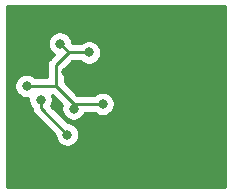
<source format=gbr>
G04 #@! TF.GenerationSoftware,KiCad,Pcbnew,(5.1.5-0-10_14)*
G04 #@! TF.CreationDate,2020-02-28T08:34:56+01:00*
G04 #@! TF.ProjectId,CC1101_Module,43433131-3031-45f4-9d6f-64756c652e6b,rev?*
G04 #@! TF.SameCoordinates,Original*
G04 #@! TF.FileFunction,Copper,L2,Bot*
G04 #@! TF.FilePolarity,Positive*
%FSLAX46Y46*%
G04 Gerber Fmt 4.6, Leading zero omitted, Abs format (unit mm)*
G04 Created by KiCad (PCBNEW (5.1.5-0-10_14)) date 2020-02-28 08:34:56*
%MOMM*%
%LPD*%
G04 APERTURE LIST*
%ADD10C,0.800000*%
%ADD11C,0.250000*%
%ADD12C,0.254000*%
G04 APERTURE END LIST*
D10*
X58928000Y-45466000D03*
X57404000Y-54356000D03*
X64770000Y-54102000D03*
X59073100Y-50764600D03*
X56812700Y-47827900D03*
X58446900Y-43055200D03*
X60909400Y-43809500D03*
X55634400Y-46648100D03*
X62063700Y-48164300D03*
X59611000Y-48566400D03*
D11*
X56812700Y-47827900D02*
X56812700Y-48504200D01*
X56812700Y-48504200D02*
X59073100Y-50764600D01*
X59201200Y-43809500D02*
X58094800Y-44915900D01*
X58094800Y-44915900D02*
X58094800Y-46648100D01*
X60909400Y-43809500D02*
X59201200Y-43809500D01*
X59201200Y-43809500D02*
X58446900Y-43055200D01*
X58094800Y-46648100D02*
X55634400Y-46648100D01*
X59611000Y-48164300D02*
X58094800Y-46648100D01*
X59611000Y-48164300D02*
X62063700Y-48164300D01*
X59611000Y-48566400D02*
X59611000Y-48164300D01*
D12*
G36*
X72467001Y-55195000D02*
G01*
X53974200Y-55195000D01*
X53974200Y-46546161D01*
X54599400Y-46546161D01*
X54599400Y-46750039D01*
X54639174Y-46949998D01*
X54717195Y-47138356D01*
X54830463Y-47307874D01*
X54974626Y-47452037D01*
X55144144Y-47565305D01*
X55332502Y-47643326D01*
X55532461Y-47683100D01*
X55736339Y-47683100D01*
X55788281Y-47672768D01*
X55777700Y-47725961D01*
X55777700Y-47929839D01*
X55817474Y-48129798D01*
X55895495Y-48318156D01*
X56008763Y-48487674D01*
X56051617Y-48530528D01*
X56052700Y-48541522D01*
X56052700Y-48541533D01*
X56063697Y-48653186D01*
X56092017Y-48746545D01*
X56107154Y-48796446D01*
X56177726Y-48928476D01*
X56228772Y-48990675D01*
X56272700Y-49044201D01*
X56301698Y-49067999D01*
X58038100Y-50804402D01*
X58038100Y-50866539D01*
X58077874Y-51066498D01*
X58155895Y-51254856D01*
X58269163Y-51424374D01*
X58413326Y-51568537D01*
X58582844Y-51681805D01*
X58771202Y-51759826D01*
X58971161Y-51799600D01*
X59175039Y-51799600D01*
X59374998Y-51759826D01*
X59563356Y-51681805D01*
X59732874Y-51568537D01*
X59877037Y-51424374D01*
X59990305Y-51254856D01*
X60068326Y-51066498D01*
X60108100Y-50866539D01*
X60108100Y-50662661D01*
X60068326Y-50462702D01*
X59990305Y-50274344D01*
X59877037Y-50104826D01*
X59732874Y-49960663D01*
X59563356Y-49847395D01*
X59374998Y-49769374D01*
X59175039Y-49729600D01*
X59112902Y-49729600D01*
X57718510Y-48335209D01*
X57729905Y-48318156D01*
X57807926Y-48129798D01*
X57847700Y-47929839D01*
X57847700Y-47725961D01*
X57807926Y-47526002D01*
X57759089Y-47408100D01*
X57779999Y-47408100D01*
X58621815Y-48249917D01*
X58615774Y-48264502D01*
X58576000Y-48464461D01*
X58576000Y-48668339D01*
X58615774Y-48868298D01*
X58693795Y-49056656D01*
X58807063Y-49226174D01*
X58951226Y-49370337D01*
X59120744Y-49483605D01*
X59309102Y-49561626D01*
X59509061Y-49601400D01*
X59712939Y-49601400D01*
X59912898Y-49561626D01*
X60101256Y-49483605D01*
X60270774Y-49370337D01*
X60414937Y-49226174D01*
X60528205Y-49056656D01*
X60583029Y-48924300D01*
X61359989Y-48924300D01*
X61403926Y-48968237D01*
X61573444Y-49081505D01*
X61761802Y-49159526D01*
X61961761Y-49199300D01*
X62165639Y-49199300D01*
X62365598Y-49159526D01*
X62553956Y-49081505D01*
X62723474Y-48968237D01*
X62867637Y-48824074D01*
X62980905Y-48654556D01*
X63058926Y-48466198D01*
X63098700Y-48266239D01*
X63098700Y-48062361D01*
X63058926Y-47862402D01*
X62980905Y-47674044D01*
X62867637Y-47504526D01*
X62723474Y-47360363D01*
X62553956Y-47247095D01*
X62365598Y-47169074D01*
X62165639Y-47129300D01*
X61961761Y-47129300D01*
X61761802Y-47169074D01*
X61573444Y-47247095D01*
X61403926Y-47360363D01*
X61359989Y-47404300D01*
X59925802Y-47404300D01*
X58854800Y-46333299D01*
X58854800Y-45230701D01*
X59516002Y-44569500D01*
X60205689Y-44569500D01*
X60249626Y-44613437D01*
X60419144Y-44726705D01*
X60607502Y-44804726D01*
X60807461Y-44844500D01*
X61011339Y-44844500D01*
X61211298Y-44804726D01*
X61399656Y-44726705D01*
X61569174Y-44613437D01*
X61713337Y-44469274D01*
X61826605Y-44299756D01*
X61904626Y-44111398D01*
X61944400Y-43911439D01*
X61944400Y-43707561D01*
X61904626Y-43507602D01*
X61826605Y-43319244D01*
X61713337Y-43149726D01*
X61569174Y-43005563D01*
X61399656Y-42892295D01*
X61211298Y-42814274D01*
X61011339Y-42774500D01*
X60807461Y-42774500D01*
X60607502Y-42814274D01*
X60419144Y-42892295D01*
X60249626Y-43005563D01*
X60205689Y-43049500D01*
X59516002Y-43049500D01*
X59481900Y-43015398D01*
X59481900Y-42953261D01*
X59442126Y-42753302D01*
X59364105Y-42564944D01*
X59250837Y-42395426D01*
X59106674Y-42251263D01*
X58937156Y-42137995D01*
X58748798Y-42059974D01*
X58548839Y-42020200D01*
X58344961Y-42020200D01*
X58145002Y-42059974D01*
X57956644Y-42137995D01*
X57787126Y-42251263D01*
X57642963Y-42395426D01*
X57529695Y-42564944D01*
X57451674Y-42753302D01*
X57411900Y-42953261D01*
X57411900Y-43157139D01*
X57451674Y-43357098D01*
X57529695Y-43545456D01*
X57642963Y-43714974D01*
X57787126Y-43859137D01*
X57956644Y-43972405D01*
X57961487Y-43974411D01*
X57583802Y-44352096D01*
X57554799Y-44375899D01*
X57499671Y-44443074D01*
X57459826Y-44491624D01*
X57447307Y-44515046D01*
X57389254Y-44623654D01*
X57345797Y-44766915D01*
X57334800Y-44878568D01*
X57334800Y-44878578D01*
X57331124Y-44915900D01*
X57334800Y-44953223D01*
X57334801Y-45888100D01*
X56338111Y-45888100D01*
X56294174Y-45844163D01*
X56124656Y-45730895D01*
X55936298Y-45652874D01*
X55736339Y-45613100D01*
X55532461Y-45613100D01*
X55332502Y-45652874D01*
X55144144Y-45730895D01*
X54974626Y-45844163D01*
X54830463Y-45988326D01*
X54717195Y-46157844D01*
X54639174Y-46346202D01*
X54599400Y-46546161D01*
X53974200Y-46546161D01*
X53974200Y-39851800D01*
X72467000Y-39851800D01*
X72467001Y-55195000D01*
G37*
X72467001Y-55195000D02*
X53974200Y-55195000D01*
X53974200Y-46546161D01*
X54599400Y-46546161D01*
X54599400Y-46750039D01*
X54639174Y-46949998D01*
X54717195Y-47138356D01*
X54830463Y-47307874D01*
X54974626Y-47452037D01*
X55144144Y-47565305D01*
X55332502Y-47643326D01*
X55532461Y-47683100D01*
X55736339Y-47683100D01*
X55788281Y-47672768D01*
X55777700Y-47725961D01*
X55777700Y-47929839D01*
X55817474Y-48129798D01*
X55895495Y-48318156D01*
X56008763Y-48487674D01*
X56051617Y-48530528D01*
X56052700Y-48541522D01*
X56052700Y-48541533D01*
X56063697Y-48653186D01*
X56092017Y-48746545D01*
X56107154Y-48796446D01*
X56177726Y-48928476D01*
X56228772Y-48990675D01*
X56272700Y-49044201D01*
X56301698Y-49067999D01*
X58038100Y-50804402D01*
X58038100Y-50866539D01*
X58077874Y-51066498D01*
X58155895Y-51254856D01*
X58269163Y-51424374D01*
X58413326Y-51568537D01*
X58582844Y-51681805D01*
X58771202Y-51759826D01*
X58971161Y-51799600D01*
X59175039Y-51799600D01*
X59374998Y-51759826D01*
X59563356Y-51681805D01*
X59732874Y-51568537D01*
X59877037Y-51424374D01*
X59990305Y-51254856D01*
X60068326Y-51066498D01*
X60108100Y-50866539D01*
X60108100Y-50662661D01*
X60068326Y-50462702D01*
X59990305Y-50274344D01*
X59877037Y-50104826D01*
X59732874Y-49960663D01*
X59563356Y-49847395D01*
X59374998Y-49769374D01*
X59175039Y-49729600D01*
X59112902Y-49729600D01*
X57718510Y-48335209D01*
X57729905Y-48318156D01*
X57807926Y-48129798D01*
X57847700Y-47929839D01*
X57847700Y-47725961D01*
X57807926Y-47526002D01*
X57759089Y-47408100D01*
X57779999Y-47408100D01*
X58621815Y-48249917D01*
X58615774Y-48264502D01*
X58576000Y-48464461D01*
X58576000Y-48668339D01*
X58615774Y-48868298D01*
X58693795Y-49056656D01*
X58807063Y-49226174D01*
X58951226Y-49370337D01*
X59120744Y-49483605D01*
X59309102Y-49561626D01*
X59509061Y-49601400D01*
X59712939Y-49601400D01*
X59912898Y-49561626D01*
X60101256Y-49483605D01*
X60270774Y-49370337D01*
X60414937Y-49226174D01*
X60528205Y-49056656D01*
X60583029Y-48924300D01*
X61359989Y-48924300D01*
X61403926Y-48968237D01*
X61573444Y-49081505D01*
X61761802Y-49159526D01*
X61961761Y-49199300D01*
X62165639Y-49199300D01*
X62365598Y-49159526D01*
X62553956Y-49081505D01*
X62723474Y-48968237D01*
X62867637Y-48824074D01*
X62980905Y-48654556D01*
X63058926Y-48466198D01*
X63098700Y-48266239D01*
X63098700Y-48062361D01*
X63058926Y-47862402D01*
X62980905Y-47674044D01*
X62867637Y-47504526D01*
X62723474Y-47360363D01*
X62553956Y-47247095D01*
X62365598Y-47169074D01*
X62165639Y-47129300D01*
X61961761Y-47129300D01*
X61761802Y-47169074D01*
X61573444Y-47247095D01*
X61403926Y-47360363D01*
X61359989Y-47404300D01*
X59925802Y-47404300D01*
X58854800Y-46333299D01*
X58854800Y-45230701D01*
X59516002Y-44569500D01*
X60205689Y-44569500D01*
X60249626Y-44613437D01*
X60419144Y-44726705D01*
X60607502Y-44804726D01*
X60807461Y-44844500D01*
X61011339Y-44844500D01*
X61211298Y-44804726D01*
X61399656Y-44726705D01*
X61569174Y-44613437D01*
X61713337Y-44469274D01*
X61826605Y-44299756D01*
X61904626Y-44111398D01*
X61944400Y-43911439D01*
X61944400Y-43707561D01*
X61904626Y-43507602D01*
X61826605Y-43319244D01*
X61713337Y-43149726D01*
X61569174Y-43005563D01*
X61399656Y-42892295D01*
X61211298Y-42814274D01*
X61011339Y-42774500D01*
X60807461Y-42774500D01*
X60607502Y-42814274D01*
X60419144Y-42892295D01*
X60249626Y-43005563D01*
X60205689Y-43049500D01*
X59516002Y-43049500D01*
X59481900Y-43015398D01*
X59481900Y-42953261D01*
X59442126Y-42753302D01*
X59364105Y-42564944D01*
X59250837Y-42395426D01*
X59106674Y-42251263D01*
X58937156Y-42137995D01*
X58748798Y-42059974D01*
X58548839Y-42020200D01*
X58344961Y-42020200D01*
X58145002Y-42059974D01*
X57956644Y-42137995D01*
X57787126Y-42251263D01*
X57642963Y-42395426D01*
X57529695Y-42564944D01*
X57451674Y-42753302D01*
X57411900Y-42953261D01*
X57411900Y-43157139D01*
X57451674Y-43357098D01*
X57529695Y-43545456D01*
X57642963Y-43714974D01*
X57787126Y-43859137D01*
X57956644Y-43972405D01*
X57961487Y-43974411D01*
X57583802Y-44352096D01*
X57554799Y-44375899D01*
X57499671Y-44443074D01*
X57459826Y-44491624D01*
X57447307Y-44515046D01*
X57389254Y-44623654D01*
X57345797Y-44766915D01*
X57334800Y-44878568D01*
X57334800Y-44878578D01*
X57331124Y-44915900D01*
X57334800Y-44953223D01*
X57334801Y-45888100D01*
X56338111Y-45888100D01*
X56294174Y-45844163D01*
X56124656Y-45730895D01*
X55936298Y-45652874D01*
X55736339Y-45613100D01*
X55532461Y-45613100D01*
X55332502Y-45652874D01*
X55144144Y-45730895D01*
X54974626Y-45844163D01*
X54830463Y-45988326D01*
X54717195Y-46157844D01*
X54639174Y-46346202D01*
X54599400Y-46546161D01*
X53974200Y-46546161D01*
X53974200Y-39851800D01*
X72467000Y-39851800D01*
X72467001Y-55195000D01*
M02*

</source>
